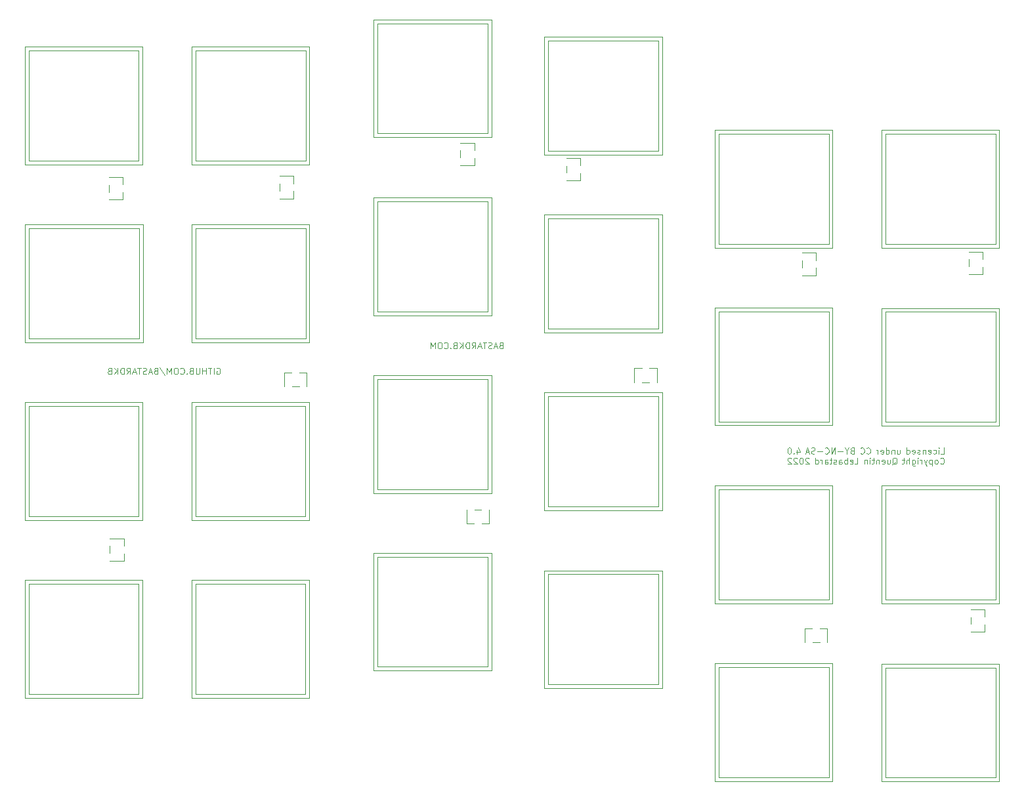
<source format=gbr>
%TF.GenerationSoftware,KiCad,Pcbnew,(6.99.0-4085-g6c752680d7)*%
%TF.CreationDate,2022-11-14T17:23:02+08:00*%
%TF.ProjectId,Left Flex PCB,4c656674-2046-46c6-9578-205043422e6b,rev?*%
%TF.SameCoordinates,Original*%
%TF.FileFunction,Legend,Bot*%
%TF.FilePolarity,Positive*%
%FSLAX46Y46*%
G04 Gerber Fmt 4.6, Leading zero omitted, Abs format (unit mm)*
G04 Created by KiCad (PCBNEW (6.99.0-4085-g6c752680d7)) date 2022-11-14 17:23:02*
%MOMM*%
%LPD*%
G01*
G04 APERTURE LIST*
%ADD10C,0.120000*%
%ADD11C,1.900000*%
%ADD12C,1.750000*%
%ADD13O,1.600000X1.000000*%
%ADD14C,1.550000*%
%ADD15C,5.050000*%
%ADD16C,1.250000*%
%ADD17R,1.700000X1.700000*%
%ADD18O,1.700000X1.700000*%
G04 APERTURE END LIST*
D10*
X70906345Y-78446400D02*
X70982535Y-78408304D01*
X70982535Y-78408304D02*
X71096821Y-78408304D01*
X71096821Y-78408304D02*
X71211107Y-78446400D01*
X71211107Y-78446400D02*
X71287297Y-78522590D01*
X71287297Y-78522590D02*
X71325392Y-78598780D01*
X71325392Y-78598780D02*
X71363488Y-78751161D01*
X71363488Y-78751161D02*
X71363488Y-78865447D01*
X71363488Y-78865447D02*
X71325392Y-79017828D01*
X71325392Y-79017828D02*
X71287297Y-79094019D01*
X71287297Y-79094019D02*
X71211107Y-79170209D01*
X71211107Y-79170209D02*
X71096821Y-79208304D01*
X71096821Y-79208304D02*
X71020630Y-79208304D01*
X71020630Y-79208304D02*
X70906345Y-79170209D01*
X70906345Y-79170209D02*
X70868249Y-79132114D01*
X70868249Y-79132114D02*
X70868249Y-78865447D01*
X70868249Y-78865447D02*
X71020630Y-78865447D01*
X70525392Y-79208304D02*
X70525392Y-78408304D01*
X70258726Y-78408304D02*
X69801583Y-78408304D01*
X70030155Y-79208304D02*
X70030155Y-78408304D01*
X69534916Y-79208304D02*
X69534916Y-78408304D01*
X69534916Y-78789257D02*
X69077773Y-78789257D01*
X69077773Y-79208304D02*
X69077773Y-78408304D01*
X68696821Y-78408304D02*
X68696821Y-79055923D01*
X68696821Y-79055923D02*
X68658726Y-79132114D01*
X68658726Y-79132114D02*
X68620631Y-79170209D01*
X68620631Y-79170209D02*
X68544440Y-79208304D01*
X68544440Y-79208304D02*
X68392059Y-79208304D01*
X68392059Y-79208304D02*
X68315869Y-79170209D01*
X68315869Y-79170209D02*
X68277774Y-79132114D01*
X68277774Y-79132114D02*
X68239678Y-79055923D01*
X68239678Y-79055923D02*
X68239678Y-78408304D01*
X67592060Y-78789257D02*
X67477774Y-78827352D01*
X67477774Y-78827352D02*
X67439679Y-78865447D01*
X67439679Y-78865447D02*
X67401583Y-78941638D01*
X67401583Y-78941638D02*
X67401583Y-79055923D01*
X67401583Y-79055923D02*
X67439679Y-79132114D01*
X67439679Y-79132114D02*
X67477774Y-79170209D01*
X67477774Y-79170209D02*
X67553964Y-79208304D01*
X67553964Y-79208304D02*
X67858726Y-79208304D01*
X67858726Y-79208304D02*
X67858726Y-78408304D01*
X67858726Y-78408304D02*
X67592060Y-78408304D01*
X67592060Y-78408304D02*
X67515869Y-78446400D01*
X67515869Y-78446400D02*
X67477774Y-78484495D01*
X67477774Y-78484495D02*
X67439679Y-78560685D01*
X67439679Y-78560685D02*
X67439679Y-78636876D01*
X67439679Y-78636876D02*
X67477774Y-78713066D01*
X67477774Y-78713066D02*
X67515869Y-78751161D01*
X67515869Y-78751161D02*
X67592060Y-78789257D01*
X67592060Y-78789257D02*
X67858726Y-78789257D01*
X67058726Y-79132114D02*
X67020631Y-79170209D01*
X67020631Y-79170209D02*
X67058726Y-79208304D01*
X67058726Y-79208304D02*
X67096822Y-79170209D01*
X67096822Y-79170209D02*
X67058726Y-79132114D01*
X67058726Y-79132114D02*
X67058726Y-79208304D01*
X66220631Y-79132114D02*
X66258727Y-79170209D01*
X66258727Y-79170209D02*
X66373012Y-79208304D01*
X66373012Y-79208304D02*
X66449203Y-79208304D01*
X66449203Y-79208304D02*
X66563489Y-79170209D01*
X66563489Y-79170209D02*
X66639679Y-79094019D01*
X66639679Y-79094019D02*
X66677774Y-79017828D01*
X66677774Y-79017828D02*
X66715870Y-78865447D01*
X66715870Y-78865447D02*
X66715870Y-78751161D01*
X66715870Y-78751161D02*
X66677774Y-78598780D01*
X66677774Y-78598780D02*
X66639679Y-78522590D01*
X66639679Y-78522590D02*
X66563489Y-78446400D01*
X66563489Y-78446400D02*
X66449203Y-78408304D01*
X66449203Y-78408304D02*
X66373012Y-78408304D01*
X66373012Y-78408304D02*
X66258727Y-78446400D01*
X66258727Y-78446400D02*
X66220631Y-78484495D01*
X65725393Y-78408304D02*
X65573012Y-78408304D01*
X65573012Y-78408304D02*
X65496822Y-78446400D01*
X65496822Y-78446400D02*
X65420631Y-78522590D01*
X65420631Y-78522590D02*
X65382536Y-78674971D01*
X65382536Y-78674971D02*
X65382536Y-78941638D01*
X65382536Y-78941638D02*
X65420631Y-79094019D01*
X65420631Y-79094019D02*
X65496822Y-79170209D01*
X65496822Y-79170209D02*
X65573012Y-79208304D01*
X65573012Y-79208304D02*
X65725393Y-79208304D01*
X65725393Y-79208304D02*
X65801584Y-79170209D01*
X65801584Y-79170209D02*
X65877774Y-79094019D01*
X65877774Y-79094019D02*
X65915870Y-78941638D01*
X65915870Y-78941638D02*
X65915870Y-78674971D01*
X65915870Y-78674971D02*
X65877774Y-78522590D01*
X65877774Y-78522590D02*
X65801584Y-78446400D01*
X65801584Y-78446400D02*
X65725393Y-78408304D01*
X65039679Y-79208304D02*
X65039679Y-78408304D01*
X65039679Y-78408304D02*
X64773013Y-78979733D01*
X64773013Y-78979733D02*
X64506346Y-78408304D01*
X64506346Y-78408304D02*
X64506346Y-79208304D01*
X63553965Y-78370209D02*
X64239679Y-79398780D01*
X63020632Y-78789257D02*
X62906346Y-78827352D01*
X62906346Y-78827352D02*
X62868251Y-78865447D01*
X62868251Y-78865447D02*
X62830155Y-78941638D01*
X62830155Y-78941638D02*
X62830155Y-79055923D01*
X62830155Y-79055923D02*
X62868251Y-79132114D01*
X62868251Y-79132114D02*
X62906346Y-79170209D01*
X62906346Y-79170209D02*
X62982536Y-79208304D01*
X62982536Y-79208304D02*
X63287298Y-79208304D01*
X63287298Y-79208304D02*
X63287298Y-78408304D01*
X63287298Y-78408304D02*
X63020632Y-78408304D01*
X63020632Y-78408304D02*
X62944441Y-78446400D01*
X62944441Y-78446400D02*
X62906346Y-78484495D01*
X62906346Y-78484495D02*
X62868251Y-78560685D01*
X62868251Y-78560685D02*
X62868251Y-78636876D01*
X62868251Y-78636876D02*
X62906346Y-78713066D01*
X62906346Y-78713066D02*
X62944441Y-78751161D01*
X62944441Y-78751161D02*
X63020632Y-78789257D01*
X63020632Y-78789257D02*
X63287298Y-78789257D01*
X62525394Y-78979733D02*
X62144441Y-78979733D01*
X62601584Y-79208304D02*
X62334917Y-78408304D01*
X62334917Y-78408304D02*
X62068251Y-79208304D01*
X61839680Y-79170209D02*
X61725394Y-79208304D01*
X61725394Y-79208304D02*
X61534918Y-79208304D01*
X61534918Y-79208304D02*
X61458727Y-79170209D01*
X61458727Y-79170209D02*
X61420632Y-79132114D01*
X61420632Y-79132114D02*
X61382537Y-79055923D01*
X61382537Y-79055923D02*
X61382537Y-78979733D01*
X61382537Y-78979733D02*
X61420632Y-78903542D01*
X61420632Y-78903542D02*
X61458727Y-78865447D01*
X61458727Y-78865447D02*
X61534918Y-78827352D01*
X61534918Y-78827352D02*
X61687299Y-78789257D01*
X61687299Y-78789257D02*
X61763489Y-78751161D01*
X61763489Y-78751161D02*
X61801584Y-78713066D01*
X61801584Y-78713066D02*
X61839680Y-78636876D01*
X61839680Y-78636876D02*
X61839680Y-78560685D01*
X61839680Y-78560685D02*
X61801584Y-78484495D01*
X61801584Y-78484495D02*
X61763489Y-78446400D01*
X61763489Y-78446400D02*
X61687299Y-78408304D01*
X61687299Y-78408304D02*
X61496822Y-78408304D01*
X61496822Y-78408304D02*
X61382537Y-78446400D01*
X61153965Y-78408304D02*
X60696822Y-78408304D01*
X60925394Y-79208304D02*
X60925394Y-78408304D01*
X60468251Y-78979733D02*
X60087298Y-78979733D01*
X60544441Y-79208304D02*
X60277774Y-78408304D01*
X60277774Y-78408304D02*
X60011108Y-79208304D01*
X59287298Y-79208304D02*
X59553965Y-78827352D01*
X59744441Y-79208304D02*
X59744441Y-78408304D01*
X59744441Y-78408304D02*
X59439679Y-78408304D01*
X59439679Y-78408304D02*
X59363489Y-78446400D01*
X59363489Y-78446400D02*
X59325394Y-78484495D01*
X59325394Y-78484495D02*
X59287298Y-78560685D01*
X59287298Y-78560685D02*
X59287298Y-78674971D01*
X59287298Y-78674971D02*
X59325394Y-78751161D01*
X59325394Y-78751161D02*
X59363489Y-78789257D01*
X59363489Y-78789257D02*
X59439679Y-78827352D01*
X59439679Y-78827352D02*
X59744441Y-78827352D01*
X58944441Y-79208304D02*
X58944441Y-78408304D01*
X58944441Y-78408304D02*
X58753965Y-78408304D01*
X58753965Y-78408304D02*
X58639679Y-78446400D01*
X58639679Y-78446400D02*
X58563489Y-78522590D01*
X58563489Y-78522590D02*
X58525394Y-78598780D01*
X58525394Y-78598780D02*
X58487298Y-78751161D01*
X58487298Y-78751161D02*
X58487298Y-78865447D01*
X58487298Y-78865447D02*
X58525394Y-79017828D01*
X58525394Y-79017828D02*
X58563489Y-79094019D01*
X58563489Y-79094019D02*
X58639679Y-79170209D01*
X58639679Y-79170209D02*
X58753965Y-79208304D01*
X58753965Y-79208304D02*
X58944441Y-79208304D01*
X58144441Y-79208304D02*
X58144441Y-78408304D01*
X57687298Y-79208304D02*
X58030156Y-78751161D01*
X57687298Y-78408304D02*
X58144441Y-78865447D01*
X57077775Y-78789257D02*
X56963489Y-78827352D01*
X56963489Y-78827352D02*
X56925394Y-78865447D01*
X56925394Y-78865447D02*
X56887298Y-78941638D01*
X56887298Y-78941638D02*
X56887298Y-79055923D01*
X56887298Y-79055923D02*
X56925394Y-79132114D01*
X56925394Y-79132114D02*
X56963489Y-79170209D01*
X56963489Y-79170209D02*
X57039679Y-79208304D01*
X57039679Y-79208304D02*
X57344441Y-79208304D01*
X57344441Y-79208304D02*
X57344441Y-78408304D01*
X57344441Y-78408304D02*
X57077775Y-78408304D01*
X57077775Y-78408304D02*
X57001584Y-78446400D01*
X57001584Y-78446400D02*
X56963489Y-78484495D01*
X56963489Y-78484495D02*
X56925394Y-78560685D01*
X56925394Y-78560685D02*
X56925394Y-78636876D01*
X56925394Y-78636876D02*
X56963489Y-78713066D01*
X56963489Y-78713066D02*
X57001584Y-78751161D01*
X57001584Y-78751161D02*
X57077775Y-78789257D01*
X57077775Y-78789257D02*
X57344441Y-78789257D01*
X107556346Y-75489257D02*
X107442060Y-75527352D01*
X107442060Y-75527352D02*
X107403965Y-75565447D01*
X107403965Y-75565447D02*
X107365869Y-75641638D01*
X107365869Y-75641638D02*
X107365869Y-75755923D01*
X107365869Y-75755923D02*
X107403965Y-75832114D01*
X107403965Y-75832114D02*
X107442060Y-75870209D01*
X107442060Y-75870209D02*
X107518250Y-75908304D01*
X107518250Y-75908304D02*
X107823012Y-75908304D01*
X107823012Y-75908304D02*
X107823012Y-75108304D01*
X107823012Y-75108304D02*
X107556346Y-75108304D01*
X107556346Y-75108304D02*
X107480155Y-75146400D01*
X107480155Y-75146400D02*
X107442060Y-75184495D01*
X107442060Y-75184495D02*
X107403965Y-75260685D01*
X107403965Y-75260685D02*
X107403965Y-75336876D01*
X107403965Y-75336876D02*
X107442060Y-75413066D01*
X107442060Y-75413066D02*
X107480155Y-75451161D01*
X107480155Y-75451161D02*
X107556346Y-75489257D01*
X107556346Y-75489257D02*
X107823012Y-75489257D01*
X107061108Y-75679733D02*
X106680155Y-75679733D01*
X107137298Y-75908304D02*
X106870631Y-75108304D01*
X106870631Y-75108304D02*
X106603965Y-75908304D01*
X106375394Y-75870209D02*
X106261108Y-75908304D01*
X106261108Y-75908304D02*
X106070632Y-75908304D01*
X106070632Y-75908304D02*
X105994441Y-75870209D01*
X105994441Y-75870209D02*
X105956346Y-75832114D01*
X105956346Y-75832114D02*
X105918251Y-75755923D01*
X105918251Y-75755923D02*
X105918251Y-75679733D01*
X105918251Y-75679733D02*
X105956346Y-75603542D01*
X105956346Y-75603542D02*
X105994441Y-75565447D01*
X105994441Y-75565447D02*
X106070632Y-75527352D01*
X106070632Y-75527352D02*
X106223013Y-75489257D01*
X106223013Y-75489257D02*
X106299203Y-75451161D01*
X106299203Y-75451161D02*
X106337298Y-75413066D01*
X106337298Y-75413066D02*
X106375394Y-75336876D01*
X106375394Y-75336876D02*
X106375394Y-75260685D01*
X106375394Y-75260685D02*
X106337298Y-75184495D01*
X106337298Y-75184495D02*
X106299203Y-75146400D01*
X106299203Y-75146400D02*
X106223013Y-75108304D01*
X106223013Y-75108304D02*
X106032536Y-75108304D01*
X106032536Y-75108304D02*
X105918251Y-75146400D01*
X105689679Y-75108304D02*
X105232536Y-75108304D01*
X105461108Y-75908304D02*
X105461108Y-75108304D01*
X105003965Y-75679733D02*
X104623012Y-75679733D01*
X105080155Y-75908304D02*
X104813488Y-75108304D01*
X104813488Y-75108304D02*
X104546822Y-75908304D01*
X103823012Y-75908304D02*
X104089679Y-75527352D01*
X104280155Y-75908304D02*
X104280155Y-75108304D01*
X104280155Y-75108304D02*
X103975393Y-75108304D01*
X103975393Y-75108304D02*
X103899203Y-75146400D01*
X103899203Y-75146400D02*
X103861108Y-75184495D01*
X103861108Y-75184495D02*
X103823012Y-75260685D01*
X103823012Y-75260685D02*
X103823012Y-75374971D01*
X103823012Y-75374971D02*
X103861108Y-75451161D01*
X103861108Y-75451161D02*
X103899203Y-75489257D01*
X103899203Y-75489257D02*
X103975393Y-75527352D01*
X103975393Y-75527352D02*
X104280155Y-75527352D01*
X103480155Y-75908304D02*
X103480155Y-75108304D01*
X103480155Y-75108304D02*
X103289679Y-75108304D01*
X103289679Y-75108304D02*
X103175393Y-75146400D01*
X103175393Y-75146400D02*
X103099203Y-75222590D01*
X103099203Y-75222590D02*
X103061108Y-75298780D01*
X103061108Y-75298780D02*
X103023012Y-75451161D01*
X103023012Y-75451161D02*
X103023012Y-75565447D01*
X103023012Y-75565447D02*
X103061108Y-75717828D01*
X103061108Y-75717828D02*
X103099203Y-75794019D01*
X103099203Y-75794019D02*
X103175393Y-75870209D01*
X103175393Y-75870209D02*
X103289679Y-75908304D01*
X103289679Y-75908304D02*
X103480155Y-75908304D01*
X102680155Y-75908304D02*
X102680155Y-75108304D01*
X102223012Y-75908304D02*
X102565870Y-75451161D01*
X102223012Y-75108304D02*
X102680155Y-75565447D01*
X101613489Y-75489257D02*
X101499203Y-75527352D01*
X101499203Y-75527352D02*
X101461108Y-75565447D01*
X101461108Y-75565447D02*
X101423012Y-75641638D01*
X101423012Y-75641638D02*
X101423012Y-75755923D01*
X101423012Y-75755923D02*
X101461108Y-75832114D01*
X101461108Y-75832114D02*
X101499203Y-75870209D01*
X101499203Y-75870209D02*
X101575393Y-75908304D01*
X101575393Y-75908304D02*
X101880155Y-75908304D01*
X101880155Y-75908304D02*
X101880155Y-75108304D01*
X101880155Y-75108304D02*
X101613489Y-75108304D01*
X101613489Y-75108304D02*
X101537298Y-75146400D01*
X101537298Y-75146400D02*
X101499203Y-75184495D01*
X101499203Y-75184495D02*
X101461108Y-75260685D01*
X101461108Y-75260685D02*
X101461108Y-75336876D01*
X101461108Y-75336876D02*
X101499203Y-75413066D01*
X101499203Y-75413066D02*
X101537298Y-75451161D01*
X101537298Y-75451161D02*
X101613489Y-75489257D01*
X101613489Y-75489257D02*
X101880155Y-75489257D01*
X101080155Y-75832114D02*
X101042060Y-75870209D01*
X101042060Y-75870209D02*
X101080155Y-75908304D01*
X101080155Y-75908304D02*
X101118251Y-75870209D01*
X101118251Y-75870209D02*
X101080155Y-75832114D01*
X101080155Y-75832114D02*
X101080155Y-75908304D01*
X100242060Y-75832114D02*
X100280156Y-75870209D01*
X100280156Y-75870209D02*
X100394441Y-75908304D01*
X100394441Y-75908304D02*
X100470632Y-75908304D01*
X100470632Y-75908304D02*
X100584918Y-75870209D01*
X100584918Y-75870209D02*
X100661108Y-75794019D01*
X100661108Y-75794019D02*
X100699203Y-75717828D01*
X100699203Y-75717828D02*
X100737299Y-75565447D01*
X100737299Y-75565447D02*
X100737299Y-75451161D01*
X100737299Y-75451161D02*
X100699203Y-75298780D01*
X100699203Y-75298780D02*
X100661108Y-75222590D01*
X100661108Y-75222590D02*
X100584918Y-75146400D01*
X100584918Y-75146400D02*
X100470632Y-75108304D01*
X100470632Y-75108304D02*
X100394441Y-75108304D01*
X100394441Y-75108304D02*
X100280156Y-75146400D01*
X100280156Y-75146400D02*
X100242060Y-75184495D01*
X99746822Y-75108304D02*
X99594441Y-75108304D01*
X99594441Y-75108304D02*
X99518251Y-75146400D01*
X99518251Y-75146400D02*
X99442060Y-75222590D01*
X99442060Y-75222590D02*
X99403965Y-75374971D01*
X99403965Y-75374971D02*
X99403965Y-75641638D01*
X99403965Y-75641638D02*
X99442060Y-75794019D01*
X99442060Y-75794019D02*
X99518251Y-75870209D01*
X99518251Y-75870209D02*
X99594441Y-75908304D01*
X99594441Y-75908304D02*
X99746822Y-75908304D01*
X99746822Y-75908304D02*
X99823013Y-75870209D01*
X99823013Y-75870209D02*
X99899203Y-75794019D01*
X99899203Y-75794019D02*
X99937299Y-75641638D01*
X99937299Y-75641638D02*
X99937299Y-75374971D01*
X99937299Y-75374971D02*
X99899203Y-75222590D01*
X99899203Y-75222590D02*
X99823013Y-75146400D01*
X99823013Y-75146400D02*
X99746822Y-75108304D01*
X99061108Y-75908304D02*
X99061108Y-75108304D01*
X99061108Y-75108304D02*
X98794442Y-75679733D01*
X98794442Y-75679733D02*
X98527775Y-75108304D01*
X98527775Y-75108304D02*
X98527775Y-75908304D01*
X164323965Y-89510304D02*
X164704917Y-89510304D01*
X164704917Y-89510304D02*
X164704917Y-88710304D01*
X164057298Y-89510304D02*
X164057298Y-88976971D01*
X164057298Y-88710304D02*
X164095394Y-88748400D01*
X164095394Y-88748400D02*
X164057298Y-88786495D01*
X164057298Y-88786495D02*
X164019203Y-88748400D01*
X164019203Y-88748400D02*
X164057298Y-88710304D01*
X164057298Y-88710304D02*
X164057298Y-88786495D01*
X163333489Y-89472209D02*
X163409680Y-89510304D01*
X163409680Y-89510304D02*
X163562061Y-89510304D01*
X163562061Y-89510304D02*
X163638251Y-89472209D01*
X163638251Y-89472209D02*
X163676346Y-89434114D01*
X163676346Y-89434114D02*
X163714442Y-89357923D01*
X163714442Y-89357923D02*
X163714442Y-89129352D01*
X163714442Y-89129352D02*
X163676346Y-89053161D01*
X163676346Y-89053161D02*
X163638251Y-89015066D01*
X163638251Y-89015066D02*
X163562061Y-88976971D01*
X163562061Y-88976971D02*
X163409680Y-88976971D01*
X163409680Y-88976971D02*
X163333489Y-89015066D01*
X162685870Y-89472209D02*
X162762061Y-89510304D01*
X162762061Y-89510304D02*
X162914442Y-89510304D01*
X162914442Y-89510304D02*
X162990632Y-89472209D01*
X162990632Y-89472209D02*
X163028728Y-89396019D01*
X163028728Y-89396019D02*
X163028728Y-89091257D01*
X163028728Y-89091257D02*
X162990632Y-89015066D01*
X162990632Y-89015066D02*
X162914442Y-88976971D01*
X162914442Y-88976971D02*
X162762061Y-88976971D01*
X162762061Y-88976971D02*
X162685870Y-89015066D01*
X162685870Y-89015066D02*
X162647775Y-89091257D01*
X162647775Y-89091257D02*
X162647775Y-89167447D01*
X162647775Y-89167447D02*
X163028728Y-89243638D01*
X162304918Y-88976971D02*
X162304918Y-89510304D01*
X162304918Y-89053161D02*
X162266823Y-89015066D01*
X162266823Y-89015066D02*
X162190633Y-88976971D01*
X162190633Y-88976971D02*
X162076347Y-88976971D01*
X162076347Y-88976971D02*
X162000156Y-89015066D01*
X162000156Y-89015066D02*
X161962061Y-89091257D01*
X161962061Y-89091257D02*
X161962061Y-89510304D01*
X161619204Y-89472209D02*
X161543013Y-89510304D01*
X161543013Y-89510304D02*
X161390632Y-89510304D01*
X161390632Y-89510304D02*
X161314442Y-89472209D01*
X161314442Y-89472209D02*
X161276346Y-89396019D01*
X161276346Y-89396019D02*
X161276346Y-89357923D01*
X161276346Y-89357923D02*
X161314442Y-89281733D01*
X161314442Y-89281733D02*
X161390632Y-89243638D01*
X161390632Y-89243638D02*
X161504918Y-89243638D01*
X161504918Y-89243638D02*
X161581108Y-89205542D01*
X161581108Y-89205542D02*
X161619204Y-89129352D01*
X161619204Y-89129352D02*
X161619204Y-89091257D01*
X161619204Y-89091257D02*
X161581108Y-89015066D01*
X161581108Y-89015066D02*
X161504918Y-88976971D01*
X161504918Y-88976971D02*
X161390632Y-88976971D01*
X161390632Y-88976971D02*
X161314442Y-89015066D01*
X160628727Y-89472209D02*
X160704918Y-89510304D01*
X160704918Y-89510304D02*
X160857299Y-89510304D01*
X160857299Y-89510304D02*
X160933489Y-89472209D01*
X160933489Y-89472209D02*
X160971585Y-89396019D01*
X160971585Y-89396019D02*
X160971585Y-89091257D01*
X160971585Y-89091257D02*
X160933489Y-89015066D01*
X160933489Y-89015066D02*
X160857299Y-88976971D01*
X160857299Y-88976971D02*
X160704918Y-88976971D01*
X160704918Y-88976971D02*
X160628727Y-89015066D01*
X160628727Y-89015066D02*
X160590632Y-89091257D01*
X160590632Y-89091257D02*
X160590632Y-89167447D01*
X160590632Y-89167447D02*
X160971585Y-89243638D01*
X159904918Y-89510304D02*
X159904918Y-88710304D01*
X159904918Y-89472209D02*
X159981109Y-89510304D01*
X159981109Y-89510304D02*
X160133490Y-89510304D01*
X160133490Y-89510304D02*
X160209680Y-89472209D01*
X160209680Y-89472209D02*
X160247775Y-89434114D01*
X160247775Y-89434114D02*
X160285871Y-89357923D01*
X160285871Y-89357923D02*
X160285871Y-89129352D01*
X160285871Y-89129352D02*
X160247775Y-89053161D01*
X160247775Y-89053161D02*
X160209680Y-89015066D01*
X160209680Y-89015066D02*
X160133490Y-88976971D01*
X160133490Y-88976971D02*
X159981109Y-88976971D01*
X159981109Y-88976971D02*
X159904918Y-89015066D01*
X158701108Y-88976971D02*
X158701108Y-89510304D01*
X159043965Y-88976971D02*
X159043965Y-89396019D01*
X159043965Y-89396019D02*
X159005870Y-89472209D01*
X159005870Y-89472209D02*
X158929680Y-89510304D01*
X158929680Y-89510304D02*
X158815394Y-89510304D01*
X158815394Y-89510304D02*
X158739203Y-89472209D01*
X158739203Y-89472209D02*
X158701108Y-89434114D01*
X158320155Y-88976971D02*
X158320155Y-89510304D01*
X158320155Y-89053161D02*
X158282060Y-89015066D01*
X158282060Y-89015066D02*
X158205870Y-88976971D01*
X158205870Y-88976971D02*
X158091584Y-88976971D01*
X158091584Y-88976971D02*
X158015393Y-89015066D01*
X158015393Y-89015066D02*
X157977298Y-89091257D01*
X157977298Y-89091257D02*
X157977298Y-89510304D01*
X157253488Y-89510304D02*
X157253488Y-88710304D01*
X157253488Y-89472209D02*
X157329679Y-89510304D01*
X157329679Y-89510304D02*
X157482060Y-89510304D01*
X157482060Y-89510304D02*
X157558250Y-89472209D01*
X157558250Y-89472209D02*
X157596345Y-89434114D01*
X157596345Y-89434114D02*
X157634441Y-89357923D01*
X157634441Y-89357923D02*
X157634441Y-89129352D01*
X157634441Y-89129352D02*
X157596345Y-89053161D01*
X157596345Y-89053161D02*
X157558250Y-89015066D01*
X157558250Y-89015066D02*
X157482060Y-88976971D01*
X157482060Y-88976971D02*
X157329679Y-88976971D01*
X157329679Y-88976971D02*
X157253488Y-89015066D01*
X156567773Y-89472209D02*
X156643964Y-89510304D01*
X156643964Y-89510304D02*
X156796345Y-89510304D01*
X156796345Y-89510304D02*
X156872535Y-89472209D01*
X156872535Y-89472209D02*
X156910631Y-89396019D01*
X156910631Y-89396019D02*
X156910631Y-89091257D01*
X156910631Y-89091257D02*
X156872535Y-89015066D01*
X156872535Y-89015066D02*
X156796345Y-88976971D01*
X156796345Y-88976971D02*
X156643964Y-88976971D01*
X156643964Y-88976971D02*
X156567773Y-89015066D01*
X156567773Y-89015066D02*
X156529678Y-89091257D01*
X156529678Y-89091257D02*
X156529678Y-89167447D01*
X156529678Y-89167447D02*
X156910631Y-89243638D01*
X156186821Y-89510304D02*
X156186821Y-88976971D01*
X156186821Y-89129352D02*
X156148726Y-89053161D01*
X156148726Y-89053161D02*
X156110631Y-89015066D01*
X156110631Y-89015066D02*
X156034440Y-88976971D01*
X156034440Y-88976971D02*
X155958250Y-88976971D01*
X154754440Y-89434114D02*
X154792536Y-89472209D01*
X154792536Y-89472209D02*
X154906821Y-89510304D01*
X154906821Y-89510304D02*
X154983012Y-89510304D01*
X154983012Y-89510304D02*
X155097298Y-89472209D01*
X155097298Y-89472209D02*
X155173488Y-89396019D01*
X155173488Y-89396019D02*
X155211583Y-89319828D01*
X155211583Y-89319828D02*
X155249679Y-89167447D01*
X155249679Y-89167447D02*
X155249679Y-89053161D01*
X155249679Y-89053161D02*
X155211583Y-88900780D01*
X155211583Y-88900780D02*
X155173488Y-88824590D01*
X155173488Y-88824590D02*
X155097298Y-88748400D01*
X155097298Y-88748400D02*
X154983012Y-88710304D01*
X154983012Y-88710304D02*
X154906821Y-88710304D01*
X154906821Y-88710304D02*
X154792536Y-88748400D01*
X154792536Y-88748400D02*
X154754440Y-88786495D01*
X153954440Y-89434114D02*
X153992536Y-89472209D01*
X153992536Y-89472209D02*
X154106821Y-89510304D01*
X154106821Y-89510304D02*
X154183012Y-89510304D01*
X154183012Y-89510304D02*
X154297298Y-89472209D01*
X154297298Y-89472209D02*
X154373488Y-89396019D01*
X154373488Y-89396019D02*
X154411583Y-89319828D01*
X154411583Y-89319828D02*
X154449679Y-89167447D01*
X154449679Y-89167447D02*
X154449679Y-89053161D01*
X154449679Y-89053161D02*
X154411583Y-88900780D01*
X154411583Y-88900780D02*
X154373488Y-88824590D01*
X154373488Y-88824590D02*
X154297298Y-88748400D01*
X154297298Y-88748400D02*
X154183012Y-88710304D01*
X154183012Y-88710304D02*
X154106821Y-88710304D01*
X154106821Y-88710304D02*
X153992536Y-88748400D01*
X153992536Y-88748400D02*
X153954440Y-88786495D01*
X152864917Y-89091257D02*
X152750631Y-89129352D01*
X152750631Y-89129352D02*
X152712536Y-89167447D01*
X152712536Y-89167447D02*
X152674440Y-89243638D01*
X152674440Y-89243638D02*
X152674440Y-89357923D01*
X152674440Y-89357923D02*
X152712536Y-89434114D01*
X152712536Y-89434114D02*
X152750631Y-89472209D01*
X152750631Y-89472209D02*
X152826821Y-89510304D01*
X152826821Y-89510304D02*
X153131583Y-89510304D01*
X153131583Y-89510304D02*
X153131583Y-88710304D01*
X153131583Y-88710304D02*
X152864917Y-88710304D01*
X152864917Y-88710304D02*
X152788726Y-88748400D01*
X152788726Y-88748400D02*
X152750631Y-88786495D01*
X152750631Y-88786495D02*
X152712536Y-88862685D01*
X152712536Y-88862685D02*
X152712536Y-88938876D01*
X152712536Y-88938876D02*
X152750631Y-89015066D01*
X152750631Y-89015066D02*
X152788726Y-89053161D01*
X152788726Y-89053161D02*
X152864917Y-89091257D01*
X152864917Y-89091257D02*
X153131583Y-89091257D01*
X152179202Y-89129352D02*
X152179202Y-89510304D01*
X152445869Y-88710304D02*
X152179202Y-89129352D01*
X152179202Y-89129352D02*
X151912536Y-88710304D01*
X151645869Y-89205542D02*
X151036346Y-89205542D01*
X150655393Y-89510304D02*
X150655393Y-88710304D01*
X150655393Y-88710304D02*
X150198250Y-89510304D01*
X150198250Y-89510304D02*
X150198250Y-88710304D01*
X149360155Y-89434114D02*
X149398251Y-89472209D01*
X149398251Y-89472209D02*
X149512536Y-89510304D01*
X149512536Y-89510304D02*
X149588727Y-89510304D01*
X149588727Y-89510304D02*
X149703013Y-89472209D01*
X149703013Y-89472209D02*
X149779203Y-89396019D01*
X149779203Y-89396019D02*
X149817298Y-89319828D01*
X149817298Y-89319828D02*
X149855394Y-89167447D01*
X149855394Y-89167447D02*
X149855394Y-89053161D01*
X149855394Y-89053161D02*
X149817298Y-88900780D01*
X149817298Y-88900780D02*
X149779203Y-88824590D01*
X149779203Y-88824590D02*
X149703013Y-88748400D01*
X149703013Y-88748400D02*
X149588727Y-88710304D01*
X149588727Y-88710304D02*
X149512536Y-88710304D01*
X149512536Y-88710304D02*
X149398251Y-88748400D01*
X149398251Y-88748400D02*
X149360155Y-88786495D01*
X149017298Y-89205542D02*
X148407775Y-89205542D01*
X148064918Y-89472209D02*
X147950632Y-89510304D01*
X147950632Y-89510304D02*
X147760156Y-89510304D01*
X147760156Y-89510304D02*
X147683965Y-89472209D01*
X147683965Y-89472209D02*
X147645870Y-89434114D01*
X147645870Y-89434114D02*
X147607775Y-89357923D01*
X147607775Y-89357923D02*
X147607775Y-89281733D01*
X147607775Y-89281733D02*
X147645870Y-89205542D01*
X147645870Y-89205542D02*
X147683965Y-89167447D01*
X147683965Y-89167447D02*
X147760156Y-89129352D01*
X147760156Y-89129352D02*
X147912537Y-89091257D01*
X147912537Y-89091257D02*
X147988727Y-89053161D01*
X147988727Y-89053161D02*
X148026822Y-89015066D01*
X148026822Y-89015066D02*
X148064918Y-88938876D01*
X148064918Y-88938876D02*
X148064918Y-88862685D01*
X148064918Y-88862685D02*
X148026822Y-88786495D01*
X148026822Y-88786495D02*
X147988727Y-88748400D01*
X147988727Y-88748400D02*
X147912537Y-88710304D01*
X147912537Y-88710304D02*
X147722060Y-88710304D01*
X147722060Y-88710304D02*
X147607775Y-88748400D01*
X147303013Y-89281733D02*
X146922060Y-89281733D01*
X147379203Y-89510304D02*
X147112536Y-88710304D01*
X147112536Y-88710304D02*
X146845870Y-89510304D01*
X145756346Y-88976971D02*
X145756346Y-89510304D01*
X145946822Y-88672209D02*
X146137299Y-89243638D01*
X146137299Y-89243638D02*
X145642060Y-89243638D01*
X145337298Y-89434114D02*
X145299203Y-89472209D01*
X145299203Y-89472209D02*
X145337298Y-89510304D01*
X145337298Y-89510304D02*
X145375394Y-89472209D01*
X145375394Y-89472209D02*
X145337298Y-89434114D01*
X145337298Y-89434114D02*
X145337298Y-89510304D01*
X144803965Y-88710304D02*
X144727775Y-88710304D01*
X144727775Y-88710304D02*
X144651584Y-88748400D01*
X144651584Y-88748400D02*
X144613489Y-88786495D01*
X144613489Y-88786495D02*
X144575394Y-88862685D01*
X144575394Y-88862685D02*
X144537299Y-89015066D01*
X144537299Y-89015066D02*
X144537299Y-89205542D01*
X144537299Y-89205542D02*
X144575394Y-89357923D01*
X144575394Y-89357923D02*
X144613489Y-89434114D01*
X144613489Y-89434114D02*
X144651584Y-89472209D01*
X144651584Y-89472209D02*
X144727775Y-89510304D01*
X144727775Y-89510304D02*
X144803965Y-89510304D01*
X144803965Y-89510304D02*
X144880156Y-89472209D01*
X144880156Y-89472209D02*
X144918251Y-89434114D01*
X144918251Y-89434114D02*
X144956346Y-89357923D01*
X144956346Y-89357923D02*
X144994442Y-89205542D01*
X144994442Y-89205542D02*
X144994442Y-89015066D01*
X144994442Y-89015066D02*
X144956346Y-88862685D01*
X144956346Y-88862685D02*
X144918251Y-88786495D01*
X144918251Y-88786495D02*
X144880156Y-88748400D01*
X144880156Y-88748400D02*
X144803965Y-88710304D01*
X164247774Y-90730114D02*
X164285870Y-90768209D01*
X164285870Y-90768209D02*
X164400155Y-90806304D01*
X164400155Y-90806304D02*
X164476346Y-90806304D01*
X164476346Y-90806304D02*
X164590632Y-90768209D01*
X164590632Y-90768209D02*
X164666822Y-90692019D01*
X164666822Y-90692019D02*
X164704917Y-90615828D01*
X164704917Y-90615828D02*
X164743013Y-90463447D01*
X164743013Y-90463447D02*
X164743013Y-90349161D01*
X164743013Y-90349161D02*
X164704917Y-90196780D01*
X164704917Y-90196780D02*
X164666822Y-90120590D01*
X164666822Y-90120590D02*
X164590632Y-90044400D01*
X164590632Y-90044400D02*
X164476346Y-90006304D01*
X164476346Y-90006304D02*
X164400155Y-90006304D01*
X164400155Y-90006304D02*
X164285870Y-90044400D01*
X164285870Y-90044400D02*
X164247774Y-90082495D01*
X163790632Y-90806304D02*
X163866822Y-90768209D01*
X163866822Y-90768209D02*
X163904917Y-90730114D01*
X163904917Y-90730114D02*
X163943013Y-90653923D01*
X163943013Y-90653923D02*
X163943013Y-90425352D01*
X163943013Y-90425352D02*
X163904917Y-90349161D01*
X163904917Y-90349161D02*
X163866822Y-90311066D01*
X163866822Y-90311066D02*
X163790632Y-90272971D01*
X163790632Y-90272971D02*
X163676346Y-90272971D01*
X163676346Y-90272971D02*
X163600155Y-90311066D01*
X163600155Y-90311066D02*
X163562060Y-90349161D01*
X163562060Y-90349161D02*
X163523965Y-90425352D01*
X163523965Y-90425352D02*
X163523965Y-90653923D01*
X163523965Y-90653923D02*
X163562060Y-90730114D01*
X163562060Y-90730114D02*
X163600155Y-90768209D01*
X163600155Y-90768209D02*
X163676346Y-90806304D01*
X163676346Y-90806304D02*
X163790632Y-90806304D01*
X163181107Y-90272971D02*
X163181107Y-91072971D01*
X163181107Y-90311066D02*
X163104917Y-90272971D01*
X163104917Y-90272971D02*
X162952536Y-90272971D01*
X162952536Y-90272971D02*
X162876345Y-90311066D01*
X162876345Y-90311066D02*
X162838250Y-90349161D01*
X162838250Y-90349161D02*
X162800155Y-90425352D01*
X162800155Y-90425352D02*
X162800155Y-90653923D01*
X162800155Y-90653923D02*
X162838250Y-90730114D01*
X162838250Y-90730114D02*
X162876345Y-90768209D01*
X162876345Y-90768209D02*
X162952536Y-90806304D01*
X162952536Y-90806304D02*
X163104917Y-90806304D01*
X163104917Y-90806304D02*
X163181107Y-90768209D01*
X162533488Y-90272971D02*
X162343012Y-90806304D01*
X162152535Y-90272971D02*
X162343012Y-90806304D01*
X162343012Y-90806304D02*
X162419202Y-90996780D01*
X162419202Y-90996780D02*
X162457297Y-91034876D01*
X162457297Y-91034876D02*
X162533488Y-91072971D01*
X161847773Y-90806304D02*
X161847773Y-90272971D01*
X161847773Y-90425352D02*
X161809678Y-90349161D01*
X161809678Y-90349161D02*
X161771583Y-90311066D01*
X161771583Y-90311066D02*
X161695392Y-90272971D01*
X161695392Y-90272971D02*
X161619202Y-90272971D01*
X161352535Y-90806304D02*
X161352535Y-90272971D01*
X161352535Y-90006304D02*
X161390631Y-90044400D01*
X161390631Y-90044400D02*
X161352535Y-90082495D01*
X161352535Y-90082495D02*
X161314440Y-90044400D01*
X161314440Y-90044400D02*
X161352535Y-90006304D01*
X161352535Y-90006304D02*
X161352535Y-90082495D01*
X160628726Y-90272971D02*
X160628726Y-90920590D01*
X160628726Y-90920590D02*
X160666821Y-90996780D01*
X160666821Y-90996780D02*
X160704917Y-91034876D01*
X160704917Y-91034876D02*
X160781107Y-91072971D01*
X160781107Y-91072971D02*
X160895393Y-91072971D01*
X160895393Y-91072971D02*
X160971583Y-91034876D01*
X160628726Y-90768209D02*
X160704917Y-90806304D01*
X160704917Y-90806304D02*
X160857298Y-90806304D01*
X160857298Y-90806304D02*
X160933488Y-90768209D01*
X160933488Y-90768209D02*
X160971583Y-90730114D01*
X160971583Y-90730114D02*
X161009679Y-90653923D01*
X161009679Y-90653923D02*
X161009679Y-90425352D01*
X161009679Y-90425352D02*
X160971583Y-90349161D01*
X160971583Y-90349161D02*
X160933488Y-90311066D01*
X160933488Y-90311066D02*
X160857298Y-90272971D01*
X160857298Y-90272971D02*
X160704917Y-90272971D01*
X160704917Y-90272971D02*
X160628726Y-90311066D01*
X160247773Y-90806304D02*
X160247773Y-90006304D01*
X159904916Y-90806304D02*
X159904916Y-90387257D01*
X159904916Y-90387257D02*
X159943011Y-90311066D01*
X159943011Y-90311066D02*
X160019202Y-90272971D01*
X160019202Y-90272971D02*
X160133488Y-90272971D01*
X160133488Y-90272971D02*
X160209678Y-90311066D01*
X160209678Y-90311066D02*
X160247773Y-90349161D01*
X159638249Y-90272971D02*
X159333487Y-90272971D01*
X159523963Y-90006304D02*
X159523963Y-90692019D01*
X159523963Y-90692019D02*
X159485868Y-90768209D01*
X159485868Y-90768209D02*
X159409678Y-90806304D01*
X159409678Y-90806304D02*
X159333487Y-90806304D01*
X158053487Y-90882495D02*
X158129677Y-90844400D01*
X158129677Y-90844400D02*
X158205868Y-90768209D01*
X158205868Y-90768209D02*
X158320154Y-90653923D01*
X158320154Y-90653923D02*
X158396344Y-90615828D01*
X158396344Y-90615828D02*
X158472535Y-90615828D01*
X158434439Y-90806304D02*
X158510630Y-90768209D01*
X158510630Y-90768209D02*
X158586820Y-90692019D01*
X158586820Y-90692019D02*
X158624916Y-90539638D01*
X158624916Y-90539638D02*
X158624916Y-90272971D01*
X158624916Y-90272971D02*
X158586820Y-90120590D01*
X158586820Y-90120590D02*
X158510630Y-90044400D01*
X158510630Y-90044400D02*
X158434439Y-90006304D01*
X158434439Y-90006304D02*
X158282058Y-90006304D01*
X158282058Y-90006304D02*
X158205868Y-90044400D01*
X158205868Y-90044400D02*
X158129677Y-90120590D01*
X158129677Y-90120590D02*
X158091582Y-90272971D01*
X158091582Y-90272971D02*
X158091582Y-90539638D01*
X158091582Y-90539638D02*
X158129677Y-90692019D01*
X158129677Y-90692019D02*
X158205868Y-90768209D01*
X158205868Y-90768209D02*
X158282058Y-90806304D01*
X158282058Y-90806304D02*
X158434439Y-90806304D01*
X157405868Y-90272971D02*
X157405868Y-90806304D01*
X157748725Y-90272971D02*
X157748725Y-90692019D01*
X157748725Y-90692019D02*
X157710630Y-90768209D01*
X157710630Y-90768209D02*
X157634440Y-90806304D01*
X157634440Y-90806304D02*
X157520154Y-90806304D01*
X157520154Y-90806304D02*
X157443963Y-90768209D01*
X157443963Y-90768209D02*
X157405868Y-90730114D01*
X156720153Y-90768209D02*
X156796344Y-90806304D01*
X156796344Y-90806304D02*
X156948725Y-90806304D01*
X156948725Y-90806304D02*
X157024915Y-90768209D01*
X157024915Y-90768209D02*
X157063011Y-90692019D01*
X157063011Y-90692019D02*
X157063011Y-90387257D01*
X157063011Y-90387257D02*
X157024915Y-90311066D01*
X157024915Y-90311066D02*
X156948725Y-90272971D01*
X156948725Y-90272971D02*
X156796344Y-90272971D01*
X156796344Y-90272971D02*
X156720153Y-90311066D01*
X156720153Y-90311066D02*
X156682058Y-90387257D01*
X156682058Y-90387257D02*
X156682058Y-90463447D01*
X156682058Y-90463447D02*
X157063011Y-90539638D01*
X156339201Y-90272971D02*
X156339201Y-90806304D01*
X156339201Y-90349161D02*
X156301106Y-90311066D01*
X156301106Y-90311066D02*
X156224916Y-90272971D01*
X156224916Y-90272971D02*
X156110630Y-90272971D01*
X156110630Y-90272971D02*
X156034439Y-90311066D01*
X156034439Y-90311066D02*
X155996344Y-90387257D01*
X155996344Y-90387257D02*
X155996344Y-90806304D01*
X155729677Y-90272971D02*
X155424915Y-90272971D01*
X155615391Y-90006304D02*
X155615391Y-90692019D01*
X155615391Y-90692019D02*
X155577296Y-90768209D01*
X155577296Y-90768209D02*
X155501106Y-90806304D01*
X155501106Y-90806304D02*
X155424915Y-90806304D01*
X155158248Y-90806304D02*
X155158248Y-90272971D01*
X155158248Y-90006304D02*
X155196344Y-90044400D01*
X155196344Y-90044400D02*
X155158248Y-90082495D01*
X155158248Y-90082495D02*
X155120153Y-90044400D01*
X155120153Y-90044400D02*
X155158248Y-90006304D01*
X155158248Y-90006304D02*
X155158248Y-90082495D01*
X154777296Y-90272971D02*
X154777296Y-90806304D01*
X154777296Y-90349161D02*
X154739201Y-90311066D01*
X154739201Y-90311066D02*
X154663011Y-90272971D01*
X154663011Y-90272971D02*
X154548725Y-90272971D01*
X154548725Y-90272971D02*
X154472534Y-90311066D01*
X154472534Y-90311066D02*
X154434439Y-90387257D01*
X154434439Y-90387257D02*
X154434439Y-90806304D01*
X153192534Y-90806304D02*
X153573486Y-90806304D01*
X153573486Y-90806304D02*
X153573486Y-90006304D01*
X152621105Y-90768209D02*
X152697296Y-90806304D01*
X152697296Y-90806304D02*
X152849677Y-90806304D01*
X152849677Y-90806304D02*
X152925867Y-90768209D01*
X152925867Y-90768209D02*
X152963963Y-90692019D01*
X152963963Y-90692019D02*
X152963963Y-90387257D01*
X152963963Y-90387257D02*
X152925867Y-90311066D01*
X152925867Y-90311066D02*
X152849677Y-90272971D01*
X152849677Y-90272971D02*
X152697296Y-90272971D01*
X152697296Y-90272971D02*
X152621105Y-90311066D01*
X152621105Y-90311066D02*
X152583010Y-90387257D01*
X152583010Y-90387257D02*
X152583010Y-90463447D01*
X152583010Y-90463447D02*
X152963963Y-90539638D01*
X152240153Y-90806304D02*
X152240153Y-90006304D01*
X152240153Y-90311066D02*
X152163963Y-90272971D01*
X152163963Y-90272971D02*
X152011582Y-90272971D01*
X152011582Y-90272971D02*
X151935391Y-90311066D01*
X151935391Y-90311066D02*
X151897296Y-90349161D01*
X151897296Y-90349161D02*
X151859201Y-90425352D01*
X151859201Y-90425352D02*
X151859201Y-90653923D01*
X151859201Y-90653923D02*
X151897296Y-90730114D01*
X151897296Y-90730114D02*
X151935391Y-90768209D01*
X151935391Y-90768209D02*
X152011582Y-90806304D01*
X152011582Y-90806304D02*
X152163963Y-90806304D01*
X152163963Y-90806304D02*
X152240153Y-90768209D01*
X151173486Y-90806304D02*
X151173486Y-90387257D01*
X151173486Y-90387257D02*
X151211581Y-90311066D01*
X151211581Y-90311066D02*
X151287772Y-90272971D01*
X151287772Y-90272971D02*
X151440153Y-90272971D01*
X151440153Y-90272971D02*
X151516343Y-90311066D01*
X151173486Y-90768209D02*
X151249677Y-90806304D01*
X151249677Y-90806304D02*
X151440153Y-90806304D01*
X151440153Y-90806304D02*
X151516343Y-90768209D01*
X151516343Y-90768209D02*
X151554439Y-90692019D01*
X151554439Y-90692019D02*
X151554439Y-90615828D01*
X151554439Y-90615828D02*
X151516343Y-90539638D01*
X151516343Y-90539638D02*
X151440153Y-90501542D01*
X151440153Y-90501542D02*
X151249677Y-90501542D01*
X151249677Y-90501542D02*
X151173486Y-90463447D01*
X150830629Y-90768209D02*
X150754438Y-90806304D01*
X150754438Y-90806304D02*
X150602057Y-90806304D01*
X150602057Y-90806304D02*
X150525867Y-90768209D01*
X150525867Y-90768209D02*
X150487771Y-90692019D01*
X150487771Y-90692019D02*
X150487771Y-90653923D01*
X150487771Y-90653923D02*
X150525867Y-90577733D01*
X150525867Y-90577733D02*
X150602057Y-90539638D01*
X150602057Y-90539638D02*
X150716343Y-90539638D01*
X150716343Y-90539638D02*
X150792533Y-90501542D01*
X150792533Y-90501542D02*
X150830629Y-90425352D01*
X150830629Y-90425352D02*
X150830629Y-90387257D01*
X150830629Y-90387257D02*
X150792533Y-90311066D01*
X150792533Y-90311066D02*
X150716343Y-90272971D01*
X150716343Y-90272971D02*
X150602057Y-90272971D01*
X150602057Y-90272971D02*
X150525867Y-90311066D01*
X150259200Y-90272971D02*
X149954438Y-90272971D01*
X150144914Y-90006304D02*
X150144914Y-90692019D01*
X150144914Y-90692019D02*
X150106819Y-90768209D01*
X150106819Y-90768209D02*
X150030629Y-90806304D01*
X150030629Y-90806304D02*
X149954438Y-90806304D01*
X149344914Y-90806304D02*
X149344914Y-90387257D01*
X149344914Y-90387257D02*
X149383009Y-90311066D01*
X149383009Y-90311066D02*
X149459200Y-90272971D01*
X149459200Y-90272971D02*
X149611581Y-90272971D01*
X149611581Y-90272971D02*
X149687771Y-90311066D01*
X149344914Y-90768209D02*
X149421105Y-90806304D01*
X149421105Y-90806304D02*
X149611581Y-90806304D01*
X149611581Y-90806304D02*
X149687771Y-90768209D01*
X149687771Y-90768209D02*
X149725867Y-90692019D01*
X149725867Y-90692019D02*
X149725867Y-90615828D01*
X149725867Y-90615828D02*
X149687771Y-90539638D01*
X149687771Y-90539638D02*
X149611581Y-90501542D01*
X149611581Y-90501542D02*
X149421105Y-90501542D01*
X149421105Y-90501542D02*
X149344914Y-90463447D01*
X148963961Y-90806304D02*
X148963961Y-90272971D01*
X148963961Y-90425352D02*
X148925866Y-90349161D01*
X148925866Y-90349161D02*
X148887771Y-90311066D01*
X148887771Y-90311066D02*
X148811580Y-90272971D01*
X148811580Y-90272971D02*
X148735390Y-90272971D01*
X148125866Y-90806304D02*
X148125866Y-90006304D01*
X148125866Y-90768209D02*
X148202057Y-90806304D01*
X148202057Y-90806304D02*
X148354438Y-90806304D01*
X148354438Y-90806304D02*
X148430628Y-90768209D01*
X148430628Y-90768209D02*
X148468723Y-90730114D01*
X148468723Y-90730114D02*
X148506819Y-90653923D01*
X148506819Y-90653923D02*
X148506819Y-90425352D01*
X148506819Y-90425352D02*
X148468723Y-90349161D01*
X148468723Y-90349161D02*
X148430628Y-90311066D01*
X148430628Y-90311066D02*
X148354438Y-90272971D01*
X148354438Y-90272971D02*
X148202057Y-90272971D01*
X148202057Y-90272971D02*
X148125866Y-90311066D01*
X147303009Y-90082495D02*
X147264913Y-90044400D01*
X147264913Y-90044400D02*
X147188723Y-90006304D01*
X147188723Y-90006304D02*
X146998247Y-90006304D01*
X146998247Y-90006304D02*
X146922056Y-90044400D01*
X146922056Y-90044400D02*
X146883961Y-90082495D01*
X146883961Y-90082495D02*
X146845866Y-90158685D01*
X146845866Y-90158685D02*
X146845866Y-90234876D01*
X146845866Y-90234876D02*
X146883961Y-90349161D01*
X146883961Y-90349161D02*
X147341104Y-90806304D01*
X147341104Y-90806304D02*
X146845866Y-90806304D01*
X146350627Y-90006304D02*
X146274437Y-90006304D01*
X146274437Y-90006304D02*
X146198246Y-90044400D01*
X146198246Y-90044400D02*
X146160151Y-90082495D01*
X146160151Y-90082495D02*
X146122056Y-90158685D01*
X146122056Y-90158685D02*
X146083961Y-90311066D01*
X146083961Y-90311066D02*
X146083961Y-90501542D01*
X146083961Y-90501542D02*
X146122056Y-90653923D01*
X146122056Y-90653923D02*
X146160151Y-90730114D01*
X146160151Y-90730114D02*
X146198246Y-90768209D01*
X146198246Y-90768209D02*
X146274437Y-90806304D01*
X146274437Y-90806304D02*
X146350627Y-90806304D01*
X146350627Y-90806304D02*
X146426818Y-90768209D01*
X146426818Y-90768209D02*
X146464913Y-90730114D01*
X146464913Y-90730114D02*
X146503008Y-90653923D01*
X146503008Y-90653923D02*
X146541104Y-90501542D01*
X146541104Y-90501542D02*
X146541104Y-90311066D01*
X146541104Y-90311066D02*
X146503008Y-90158685D01*
X146503008Y-90158685D02*
X146464913Y-90082495D01*
X146464913Y-90082495D02*
X146426818Y-90044400D01*
X146426818Y-90044400D02*
X146350627Y-90006304D01*
X145779199Y-90082495D02*
X145741103Y-90044400D01*
X145741103Y-90044400D02*
X145664913Y-90006304D01*
X145664913Y-90006304D02*
X145474437Y-90006304D01*
X145474437Y-90006304D02*
X145398246Y-90044400D01*
X145398246Y-90044400D02*
X145360151Y-90082495D01*
X145360151Y-90082495D02*
X145322056Y-90158685D01*
X145322056Y-90158685D02*
X145322056Y-90234876D01*
X145322056Y-90234876D02*
X145360151Y-90349161D01*
X145360151Y-90349161D02*
X145817294Y-90806304D01*
X145817294Y-90806304D02*
X145322056Y-90806304D01*
X145017294Y-90082495D02*
X144979198Y-90044400D01*
X144979198Y-90044400D02*
X144903008Y-90006304D01*
X144903008Y-90006304D02*
X144712532Y-90006304D01*
X144712532Y-90006304D02*
X144636341Y-90044400D01*
X144636341Y-90044400D02*
X144598246Y-90082495D01*
X144598246Y-90082495D02*
X144560151Y-90158685D01*
X144560151Y-90158685D02*
X144560151Y-90234876D01*
X144560151Y-90234876D02*
X144598246Y-90349161D01*
X144598246Y-90349161D02*
X145055389Y-90806304D01*
X145055389Y-90806304D02*
X144560151Y-90806304D01*
%TO.C,SW23*%
X46165795Y-36944998D02*
X61365795Y-36944998D01*
X46165795Y-52144998D02*
X46165795Y-36944998D01*
X46665795Y-37444998D02*
X60865795Y-37444998D01*
X46665795Y-51644998D02*
X46665795Y-37444998D01*
X60865795Y-37444998D02*
X60865795Y-51644998D01*
X60865795Y-51644998D02*
X46665795Y-51644998D01*
X61365795Y-36944998D02*
X61365795Y-52144998D01*
X61365795Y-52144998D02*
X46165795Y-52144998D01*
%TO.C,D13*%
X167925394Y-63414400D02*
X169725394Y-63414400D01*
X167925394Y-64414400D02*
X167925394Y-65314400D01*
X167925394Y-66314400D02*
X169725394Y-66314400D01*
X169725394Y-64364400D02*
X169725394Y-63414400D01*
X169725394Y-65364400D02*
X169725394Y-66314400D01*
%TO.C,D17*%
X57125394Y-100414400D02*
X58925394Y-100414400D01*
X57125394Y-101414400D02*
X57125394Y-102314400D01*
X57125394Y-103314400D02*
X58925394Y-103314400D01*
X58925394Y-101364400D02*
X58925394Y-100414400D01*
X58925394Y-102364400D02*
X58925394Y-103314400D01*
%TO.C,SW12*%
X113147194Y-104553200D02*
X128347194Y-104553200D01*
X113147194Y-119753200D02*
X113147194Y-104553200D01*
X113647194Y-105053200D02*
X127847194Y-105053200D01*
X113647194Y-119253200D02*
X113647194Y-105053200D01*
X127847194Y-105053200D02*
X127847194Y-119253200D01*
X127847194Y-119253200D02*
X113647194Y-119253200D01*
X128347194Y-104553200D02*
X128347194Y-119753200D01*
X128347194Y-119753200D02*
X113147194Y-119753200D01*
%TO.C,D1*%
X168175394Y-109564400D02*
X169975394Y-109564400D01*
X168175394Y-110564400D02*
X168175394Y-111464400D01*
X168175394Y-112464400D02*
X169975394Y-112464400D01*
X169975394Y-110514400D02*
X169975394Y-109564400D01*
X169975394Y-111514400D02*
X169975394Y-112464400D01*
%TO.C,SW7*%
X135158995Y-93596400D02*
X150358995Y-93596400D01*
X135158995Y-108796400D02*
X135158995Y-93596400D01*
X135658995Y-94096400D02*
X149858995Y-94096400D01*
X135658995Y-108296400D02*
X135658995Y-94096400D01*
X149858995Y-94096400D02*
X149858995Y-108296400D01*
X149858995Y-108296400D02*
X135658995Y-108296400D01*
X150358995Y-93596400D02*
X150358995Y-108796400D01*
X150358995Y-108796400D02*
X135158995Y-108796400D01*
%TO.C,SW16*%
X91176194Y-79381800D02*
X106376194Y-79381800D01*
X91176194Y-94581800D02*
X91176194Y-79381800D01*
X91676194Y-79881800D02*
X105876194Y-79881800D01*
X91676194Y-94081800D02*
X91676194Y-79881800D01*
X105876194Y-79881800D02*
X105876194Y-94081800D01*
X105876194Y-94081800D02*
X91676194Y-94081800D01*
X106376194Y-79381800D02*
X106376194Y-94581800D01*
X106376194Y-94581800D02*
X91176194Y-94581800D01*
%TO.C,SW21*%
X67654194Y-82842800D02*
X82854194Y-82842800D01*
X67654194Y-98042800D02*
X67654194Y-82842800D01*
X68154194Y-83342800D02*
X82354194Y-83342800D01*
X68154194Y-97542800D02*
X68154194Y-83342800D01*
X82354194Y-83342800D02*
X82354194Y-97542800D01*
X82354194Y-97542800D02*
X68154194Y-97542800D01*
X82854194Y-82842800D02*
X82854194Y-98042800D01*
X82854194Y-98042800D02*
X67654194Y-98042800D01*
%TO.C,SW11*%
X113147194Y-81591600D02*
X128347194Y-81591600D01*
X113147194Y-96791600D02*
X113147194Y-81591600D01*
X113647194Y-82091600D02*
X127847194Y-82091600D01*
X113647194Y-96291600D02*
X113647194Y-82091600D01*
X127847194Y-82091600D02*
X127847194Y-96291600D01*
X127847194Y-96291600D02*
X113647194Y-96291600D01*
X128347194Y-81591600D02*
X128347194Y-96791600D01*
X128347194Y-96791600D02*
X113147194Y-96791600D01*
%TO.C,SW19*%
X67679594Y-36970400D02*
X82879594Y-36970400D01*
X67679594Y-52170400D02*
X67679594Y-36970400D01*
X68179594Y-37470400D02*
X82379594Y-37470400D01*
X68179594Y-51670400D02*
X68179594Y-37470400D01*
X82379594Y-37470400D02*
X82379594Y-51670400D01*
X82379594Y-51670400D02*
X68179594Y-51670400D01*
X82879594Y-36970400D02*
X82879594Y-52170400D01*
X82879594Y-52170400D02*
X67679594Y-52170400D01*
%TO.C,D11*%
X102350594Y-49350000D02*
X104150594Y-49350000D01*
X102350594Y-50350000D02*
X102350594Y-51250000D01*
X102350594Y-52250000D02*
X104150594Y-52250000D01*
X104150594Y-50300000D02*
X104150594Y-49350000D01*
X104150594Y-51300000D02*
X104150594Y-52250000D01*
%TO.C,D9*%
X116025394Y-51314400D02*
X117825394Y-51314400D01*
X116025394Y-52314400D02*
X116025394Y-53214400D01*
X116025394Y-54214400D02*
X117825394Y-54214400D01*
X117825394Y-52264400D02*
X117825394Y-51314400D01*
X117825394Y-53264400D02*
X117825394Y-54214400D01*
%TO.C,D14*%
X79000594Y-53650000D02*
X80800594Y-53650000D01*
X79000594Y-54650000D02*
X79000594Y-55550000D01*
X79000594Y-56550000D02*
X80800594Y-56550000D01*
X80800594Y-54600000D02*
X80800594Y-53650000D01*
X80800594Y-55600000D02*
X80800594Y-56550000D01*
%TO.C,SW17*%
X91176194Y-102292600D02*
X106376194Y-102292600D01*
X91176194Y-117492600D02*
X91176194Y-102292600D01*
X91676194Y-102792600D02*
X105876194Y-102792600D01*
X91676194Y-116992600D02*
X91676194Y-102792600D01*
X105876194Y-102792600D02*
X105876194Y-116992600D01*
X105876194Y-116992600D02*
X91676194Y-116992600D01*
X106376194Y-102292600D02*
X106376194Y-117492600D01*
X106376194Y-117492600D02*
X91176194Y-117492600D01*
%TO.C,D32*%
X146775394Y-113864400D02*
X146775394Y-112064400D01*
X147775394Y-113864400D02*
X148675394Y-113864400D01*
X149675394Y-113864400D02*
X149675394Y-112064400D01*
X147725394Y-112064400D02*
X146775394Y-112064400D01*
X148725394Y-112064400D02*
X149675394Y-112064400D01*
%TO.C,SW5*%
X135158995Y-47724000D02*
X150358995Y-47724000D01*
X135158995Y-62924000D02*
X135158995Y-47724000D01*
X135658995Y-48224000D02*
X149858995Y-48224000D01*
X135658995Y-62424000D02*
X135658995Y-48224000D01*
X149858995Y-48224000D02*
X149858995Y-62424000D01*
X149858995Y-62424000D02*
X135658995Y-62424000D01*
X150358995Y-47724000D02*
X150358995Y-62924000D01*
X150358995Y-62924000D02*
X135158995Y-62924000D01*
%TO.C,SW9*%
X113172594Y-35693800D02*
X128372594Y-35693800D01*
X113172594Y-50893800D02*
X113172594Y-35693800D01*
X113672594Y-36193800D02*
X127872594Y-36193800D01*
X113672594Y-50393800D02*
X113672594Y-36193800D01*
X127872594Y-36193800D02*
X127872594Y-50393800D01*
X127872594Y-50393800D02*
X113672594Y-50393800D01*
X128372594Y-35693800D02*
X128372594Y-50893800D01*
X128372594Y-50893800D02*
X113172594Y-50893800D01*
%TO.C,SW14*%
X106376194Y-48658600D02*
X91176194Y-48658600D01*
X106376194Y-33458600D02*
X106376194Y-48658600D01*
X105876194Y-48158600D02*
X91676194Y-48158600D01*
X105876194Y-33958600D02*
X105876194Y-48158600D01*
X91676194Y-48158600D02*
X91676194Y-33958600D01*
X91676194Y-33958600D02*
X105876194Y-33958600D01*
X91176194Y-48658600D02*
X91176194Y-33458600D01*
X91176194Y-33458600D02*
X106376194Y-33458600D01*
%TO.C,SW15*%
X91176194Y-56420200D02*
X106376194Y-56420200D01*
X91176194Y-71620200D02*
X91176194Y-56420200D01*
X91676194Y-56920200D02*
X105876194Y-56920200D01*
X91676194Y-71120200D02*
X91676194Y-56920200D01*
X105876194Y-56920200D02*
X105876194Y-71120200D01*
X105876194Y-71120200D02*
X91676194Y-71120200D01*
X106376194Y-56420200D02*
X106376194Y-71620200D01*
X106376194Y-71620200D02*
X91176194Y-71620200D01*
%TO.C,SW1*%
X156663394Y-47730601D02*
X171863394Y-47730601D01*
X156663394Y-62930601D02*
X156663394Y-47730601D01*
X157163394Y-48230601D02*
X171363394Y-48230601D01*
X157163394Y-62430601D02*
X157163394Y-48230601D01*
X171363394Y-48230601D02*
X171363394Y-62430601D01*
X171363394Y-62430601D02*
X157163394Y-62430601D01*
X171863394Y-47730601D02*
X171863394Y-62930601D01*
X171863394Y-62930601D02*
X156663394Y-62930601D01*
%TO.C,D12*%
X106050594Y-96700000D02*
X106050594Y-98500000D01*
X105050594Y-96700000D02*
X104150594Y-96700000D01*
X103150594Y-96700000D02*
X103150594Y-98500000D01*
X105100594Y-98500000D02*
X106050594Y-98500000D01*
X104100594Y-98500000D02*
X103150594Y-98500000D01*
%TO.C,SW24*%
X46191195Y-59906598D02*
X61391195Y-59906598D01*
X46191195Y-75106598D02*
X46191195Y-59906598D01*
X46691195Y-60406598D02*
X60891195Y-60406598D01*
X46691195Y-74606598D02*
X46691195Y-60406598D01*
X60891195Y-60406598D02*
X60891195Y-74606598D01*
X60891195Y-74606598D02*
X46691195Y-74606598D01*
X61391195Y-59906598D02*
X61391195Y-75106598D01*
X61391195Y-75106598D02*
X46191195Y-75106598D01*
%TO.C,D31*%
X146425394Y-63564400D02*
X148225394Y-63564400D01*
X146425394Y-64564400D02*
X146425394Y-65464400D01*
X146425394Y-66464400D02*
X148225394Y-66464400D01*
X148225394Y-64514400D02*
X148225394Y-63564400D01*
X148225394Y-65514400D02*
X148225394Y-66464400D01*
%TO.C,SW8*%
X135158995Y-116532600D02*
X150358995Y-116532600D01*
X135158995Y-131732600D02*
X135158995Y-116532600D01*
X135658995Y-117032600D02*
X149858995Y-117032600D01*
X135658995Y-131232600D02*
X135658995Y-117032600D01*
X149858995Y-117032600D02*
X149858995Y-131232600D01*
X149858995Y-131232600D02*
X135658995Y-131232600D01*
X150358995Y-116532600D02*
X150358995Y-131732600D01*
X150358995Y-131732600D02*
X135158995Y-131732600D01*
%TO.C,SW10*%
X113147194Y-58655400D02*
X128347194Y-58655400D01*
X113147194Y-73855400D02*
X113147194Y-58655400D01*
X113647194Y-59155400D02*
X127847194Y-59155400D01*
X113647194Y-73355400D02*
X113647194Y-59155400D01*
X127847194Y-59155400D02*
X127847194Y-73355400D01*
X127847194Y-73355400D02*
X113647194Y-73355400D01*
X128347194Y-58655400D02*
X128347194Y-73855400D01*
X128347194Y-73855400D02*
X113147194Y-73855400D01*
%TO.C,SW25*%
X46165795Y-82842798D02*
X61365795Y-82842798D01*
X46165795Y-98042798D02*
X46165795Y-82842798D01*
X46665795Y-83342798D02*
X60865795Y-83342798D01*
X46665795Y-97542798D02*
X46665795Y-83342798D01*
X60865795Y-83342798D02*
X60865795Y-97542798D01*
X60865795Y-97542798D02*
X46665795Y-97542798D01*
X61365795Y-82842798D02*
X61365795Y-98042798D01*
X61365795Y-98042798D02*
X46165795Y-98042798D01*
%TO.C,D15*%
X79625394Y-80814400D02*
X79625394Y-79014400D01*
X80625394Y-80814400D02*
X81525394Y-80814400D01*
X82525394Y-80814400D02*
X82525394Y-79014400D01*
X80575394Y-79014400D02*
X79625394Y-79014400D01*
X81575394Y-79014400D02*
X82525394Y-79014400D01*
%TO.C,SW26*%
X46165795Y-105804398D02*
X61365795Y-105804398D01*
X46165795Y-121004398D02*
X46165795Y-105804398D01*
X46665795Y-106304398D02*
X60865795Y-106304398D01*
X46665795Y-120504398D02*
X46665795Y-106304398D01*
X60865795Y-106304398D02*
X60865795Y-120504398D01*
X60865795Y-120504398D02*
X46665795Y-120504398D01*
X61365795Y-105804398D02*
X61365795Y-121004398D01*
X61365795Y-121004398D02*
X46165795Y-121004398D01*
%TO.C,SW20*%
X67679594Y-59906600D02*
X82879594Y-59906600D01*
X67679594Y-75106600D02*
X67679594Y-59906600D01*
X68179594Y-60406600D02*
X82379594Y-60406600D01*
X68179594Y-74606600D02*
X68179594Y-60406600D01*
X82379594Y-60406600D02*
X82379594Y-74606600D01*
X82379594Y-74606600D02*
X68179594Y-74606600D01*
X82879594Y-59906600D02*
X82879594Y-75106600D01*
X82879594Y-75106600D02*
X67679594Y-75106600D01*
%TO.C,SW2*%
X156663394Y-70692201D02*
X171863394Y-70692201D01*
X156663394Y-85892201D02*
X156663394Y-70692201D01*
X157163394Y-71192201D02*
X171363394Y-71192201D01*
X157163394Y-85392201D02*
X157163394Y-71192201D01*
X171363394Y-71192201D02*
X171363394Y-85392201D01*
X171363394Y-85392201D02*
X157163394Y-85392201D01*
X171863394Y-70692201D02*
X171863394Y-85892201D01*
X171863394Y-85892201D02*
X156663394Y-85892201D01*
%TO.C,SW22*%
X67654194Y-105804400D02*
X82854194Y-105804400D01*
X67654194Y-121004400D02*
X67654194Y-105804400D01*
X68154194Y-106304400D02*
X82354194Y-106304400D01*
X68154194Y-120504400D02*
X68154194Y-106304400D01*
X82354194Y-106304400D02*
X82354194Y-120504400D01*
X82354194Y-120504400D02*
X68154194Y-120504400D01*
X82854194Y-105804400D02*
X82854194Y-121004400D01*
X82854194Y-121004400D02*
X67654194Y-121004400D01*
%TO.C,D16*%
X57025394Y-53814400D02*
X58825394Y-53814400D01*
X57025394Y-54814400D02*
X57025394Y-55714400D01*
X57025394Y-56714400D02*
X58825394Y-56714400D01*
X58825394Y-54764400D02*
X58825394Y-53814400D01*
X58825394Y-55764400D02*
X58825394Y-56714400D01*
%TO.C,SW6*%
X135158995Y-70634800D02*
X150358995Y-70634800D01*
X135158995Y-85834800D02*
X135158995Y-70634800D01*
X135658995Y-71134800D02*
X149858995Y-71134800D01*
X135658995Y-85334800D02*
X135658995Y-71134800D01*
X149858995Y-71134800D02*
X149858995Y-85334800D01*
X149858995Y-85334800D02*
X135658995Y-85334800D01*
X150358995Y-70634800D02*
X150358995Y-85834800D01*
X150358995Y-85834800D02*
X135158995Y-85834800D01*
%TO.C,D10*%
X124775394Y-80264400D02*
X124775394Y-78464400D01*
X125775394Y-80264400D02*
X126675394Y-80264400D01*
X127675394Y-80264400D02*
X127675394Y-78464400D01*
X125725394Y-78464400D02*
X124775394Y-78464400D01*
X126725394Y-78464400D02*
X127675394Y-78464400D01*
%TO.C,SW3*%
X156663394Y-93628401D02*
X171863394Y-93628401D01*
X156663394Y-108828401D02*
X156663394Y-93628401D01*
X157163394Y-94128401D02*
X171363394Y-94128401D01*
X157163394Y-108328401D02*
X157163394Y-94128401D01*
X171363394Y-94128401D02*
X171363394Y-108328401D01*
X171363394Y-108328401D02*
X157163394Y-108328401D01*
X171863394Y-93628401D02*
X171863394Y-108828401D01*
X171863394Y-108828401D02*
X156663394Y-108828401D01*
%TO.C,SW4*%
X156663394Y-116590001D02*
X171863394Y-116590001D01*
X156663394Y-131790001D02*
X156663394Y-116590001D01*
X157163394Y-117090001D02*
X171363394Y-117090001D01*
X157163394Y-131290001D02*
X157163394Y-117090001D01*
X171363394Y-117090001D02*
X171363394Y-131290001D01*
X171363394Y-131290001D02*
X157163394Y-131290001D01*
X171863394Y-116590001D02*
X171863394Y-131790001D01*
X171863394Y-131790001D02*
X156663394Y-131790001D01*
%TD*%
%LPC*%
D11*
%TO.C,SW23*%
X48265795Y-44544998D03*
D12*
X48685795Y-44544998D03*
D13*
X48765794Y-39394997D03*
D14*
X49955795Y-47084998D03*
X51165795Y-50294998D03*
D15*
X53765795Y-44544998D03*
D16*
X53765795Y-50444998D03*
D14*
X56305795Y-49624998D03*
X58165795Y-49244998D03*
D16*
X58765795Y-48344998D03*
D12*
X58845795Y-44544998D03*
D11*
X59265795Y-44544998D03*
%TD*%
%TO.C,SW12*%
X115247194Y-112153200D03*
D12*
X115667194Y-112153200D03*
D13*
X115747193Y-107003199D03*
D14*
X116937194Y-114693200D03*
X118147194Y-117903200D03*
D15*
X120747194Y-112153200D03*
D16*
X120747194Y-118053200D03*
D14*
X123287194Y-117233200D03*
X125147194Y-116853200D03*
D16*
X125747194Y-115953200D03*
D12*
X125827194Y-112153200D03*
D11*
X126247194Y-112153200D03*
%TD*%
%TO.C,SW7*%
X137258995Y-101196400D03*
D12*
X137678995Y-101196400D03*
D13*
X137758994Y-96046399D03*
D14*
X138948995Y-103736400D03*
X140158995Y-106946400D03*
D15*
X142758995Y-101196400D03*
D16*
X142758995Y-107096400D03*
D14*
X145298995Y-106276400D03*
X147158995Y-105896400D03*
D16*
X147758995Y-104996400D03*
D12*
X147838995Y-101196400D03*
D11*
X148258995Y-101196400D03*
%TD*%
%TO.C,SW16*%
X93276194Y-86981800D03*
D12*
X93696194Y-86981800D03*
D13*
X93776193Y-81831799D03*
D14*
X94966194Y-89521800D03*
X96176194Y-92731800D03*
D15*
X98776194Y-86981800D03*
D16*
X98776194Y-92881800D03*
D14*
X101316194Y-92061800D03*
X103176194Y-91681800D03*
D16*
X103776194Y-90781800D03*
D12*
X103856194Y-86981800D03*
D11*
X104276194Y-86981800D03*
%TD*%
%TO.C,SW21*%
X69754194Y-90442800D03*
D12*
X70174194Y-90442800D03*
D13*
X70254193Y-85292799D03*
D14*
X71444194Y-92982800D03*
X72654194Y-96192800D03*
D15*
X75254194Y-90442800D03*
D16*
X75254194Y-96342800D03*
D14*
X77794194Y-95522800D03*
X79654194Y-95142800D03*
D16*
X80254194Y-94242800D03*
D12*
X80334194Y-90442800D03*
D11*
X80754194Y-90442800D03*
%TD*%
%TO.C,SW11*%
X115247194Y-89191600D03*
D12*
X115667194Y-89191600D03*
D13*
X115747193Y-84041599D03*
D14*
X116937194Y-91731600D03*
X118147194Y-94941600D03*
D15*
X120747194Y-89191600D03*
D16*
X120747194Y-95091600D03*
D14*
X123287194Y-94271600D03*
X125147194Y-93891600D03*
D16*
X125747194Y-92991600D03*
D12*
X125827194Y-89191600D03*
D11*
X126247194Y-89191600D03*
%TD*%
%TO.C,SW19*%
X69779594Y-44570400D03*
D12*
X70199594Y-44570400D03*
D13*
X70279593Y-39420399D03*
D14*
X71469594Y-47110400D03*
X72679594Y-50320400D03*
D15*
X75279594Y-44570400D03*
D16*
X75279594Y-50470400D03*
D14*
X77819594Y-49650400D03*
X79679594Y-49270400D03*
D16*
X80279594Y-48370400D03*
D12*
X80359594Y-44570400D03*
D11*
X80779594Y-44570400D03*
%TD*%
%TO.C,SW17*%
X93276194Y-109892600D03*
D12*
X93696194Y-109892600D03*
D13*
X93776193Y-104742599D03*
D14*
X94966194Y-112432600D03*
X96176194Y-115642600D03*
D15*
X98776194Y-109892600D03*
D16*
X98776194Y-115792600D03*
D14*
X101316194Y-114972600D03*
X103176194Y-114592600D03*
D16*
X103776194Y-113692600D03*
D12*
X103856194Y-109892600D03*
D11*
X104276194Y-109892600D03*
%TD*%
%TO.C,SW5*%
X137258995Y-55324000D03*
D12*
X137678995Y-55324000D03*
D13*
X137758994Y-50173999D03*
D14*
X138948995Y-57864000D03*
X140158995Y-61074000D03*
D15*
X142758995Y-55324000D03*
D16*
X142758995Y-61224000D03*
D14*
X145298995Y-60404000D03*
X147158995Y-60024000D03*
D16*
X147758995Y-59124000D03*
D12*
X147838995Y-55324000D03*
D11*
X148258995Y-55324000D03*
%TD*%
%TO.C,SW9*%
X115272594Y-43293800D03*
D12*
X115692594Y-43293800D03*
D13*
X115772593Y-38143799D03*
D14*
X116962594Y-45833800D03*
X118172594Y-49043800D03*
D15*
X120772594Y-43293800D03*
D16*
X120772594Y-49193800D03*
D14*
X123312594Y-48373800D03*
X125172594Y-47993800D03*
D16*
X125772594Y-47093800D03*
D12*
X125852594Y-43293800D03*
D11*
X126272594Y-43293800D03*
%TD*%
%TO.C,SW14*%
X104276194Y-41058600D03*
D12*
X103856194Y-41058600D03*
D16*
X103776194Y-44858600D03*
D14*
X103176194Y-45758600D03*
X101316194Y-46138600D03*
D16*
X98776194Y-46958600D03*
D15*
X98776194Y-41058600D03*
D14*
X96176194Y-46808600D03*
X94966194Y-43598600D03*
D13*
X93776193Y-35908599D03*
D12*
X93696194Y-41058600D03*
D11*
X93276194Y-41058600D03*
%TD*%
%TO.C,SW15*%
X93276194Y-64020200D03*
D12*
X93696194Y-64020200D03*
D13*
X93776193Y-58870199D03*
D14*
X94966194Y-66560200D03*
X96176194Y-69770200D03*
D15*
X98776194Y-64020200D03*
D16*
X98776194Y-69920200D03*
D14*
X101316194Y-69100200D03*
X103176194Y-68720200D03*
D16*
X103776194Y-67820200D03*
D12*
X103856194Y-64020200D03*
D11*
X104276194Y-64020200D03*
%TD*%
%TO.C,SW1*%
X158763394Y-55330601D03*
D12*
X159183394Y-55330601D03*
D13*
X159263393Y-50180600D03*
D14*
X160453394Y-57870601D03*
X161663394Y-61080601D03*
D15*
X164263394Y-55330601D03*
D16*
X164263394Y-61230601D03*
D14*
X166803394Y-60410601D03*
X168663394Y-60030601D03*
D16*
X169263394Y-59130601D03*
D12*
X169343394Y-55330601D03*
D11*
X169763394Y-55330601D03*
%TD*%
%TO.C,SW24*%
X48291195Y-67506598D03*
D12*
X48711195Y-67506598D03*
D13*
X48791194Y-62356597D03*
D14*
X49981195Y-70046598D03*
X51191195Y-73256598D03*
D15*
X53791195Y-67506598D03*
D16*
X53791195Y-73406598D03*
D14*
X56331195Y-72586598D03*
X58191195Y-72206598D03*
D16*
X58791195Y-71306598D03*
D12*
X58871195Y-67506598D03*
D11*
X59291195Y-67506598D03*
%TD*%
%TO.C,SW8*%
X137258995Y-124132600D03*
D12*
X137678995Y-124132600D03*
D13*
X137758994Y-118982599D03*
D14*
X138948995Y-126672600D03*
X140158995Y-129882600D03*
D15*
X142758995Y-124132600D03*
D16*
X142758995Y-130032600D03*
D14*
X145298995Y-129212600D03*
X147158995Y-128832600D03*
D16*
X147758995Y-127932600D03*
D12*
X147838995Y-124132600D03*
D11*
X148258995Y-124132600D03*
%TD*%
%TO.C,SW10*%
X115247194Y-66255400D03*
D12*
X115667194Y-66255400D03*
D13*
X115747193Y-61105399D03*
D14*
X116937194Y-68795400D03*
X118147194Y-72005400D03*
D15*
X120747194Y-66255400D03*
D16*
X120747194Y-72155400D03*
D14*
X123287194Y-71335400D03*
X125147194Y-70955400D03*
D16*
X125747194Y-70055400D03*
D12*
X125827194Y-66255400D03*
D11*
X126247194Y-66255400D03*
%TD*%
%TO.C,SW25*%
X48265795Y-90442798D03*
D12*
X48685795Y-90442798D03*
D13*
X48765794Y-85292797D03*
D14*
X49955795Y-92982798D03*
X51165795Y-96192798D03*
D15*
X53765795Y-90442798D03*
D16*
X53765795Y-96342798D03*
D14*
X56305795Y-95522798D03*
X58165795Y-95142798D03*
D16*
X58765795Y-94242798D03*
D12*
X58845795Y-90442798D03*
D11*
X59265795Y-90442798D03*
%TD*%
%TO.C,SW26*%
X48265795Y-113404398D03*
D12*
X48685795Y-113404398D03*
D13*
X48765794Y-108254397D03*
D14*
X49955795Y-115944398D03*
X51165795Y-119154398D03*
D15*
X53765795Y-113404398D03*
D16*
X53765795Y-119304398D03*
D14*
X56305795Y-118484398D03*
X58165795Y-118104398D03*
D16*
X58765795Y-117204398D03*
D12*
X58845795Y-113404398D03*
D11*
X59265795Y-113404398D03*
%TD*%
%TO.C,SW20*%
X69779594Y-67506600D03*
D12*
X70199594Y-67506600D03*
D13*
X70279593Y-62356599D03*
D14*
X71469594Y-70046600D03*
X72679594Y-73256600D03*
D15*
X75279594Y-67506600D03*
D16*
X75279594Y-73406600D03*
D14*
X77819594Y-72586600D03*
X79679594Y-72206600D03*
D16*
X80279594Y-71306600D03*
D12*
X80359594Y-67506600D03*
D11*
X80779594Y-67506600D03*
%TD*%
%TO.C,SW2*%
X158763394Y-78292201D03*
D12*
X159183394Y-78292201D03*
D13*
X159263393Y-73142200D03*
D14*
X160453394Y-80832201D03*
X161663394Y-84042201D03*
D15*
X164263394Y-78292201D03*
D16*
X164263394Y-84192201D03*
D14*
X166803394Y-83372201D03*
X168663394Y-82992201D03*
D16*
X169263394Y-82092201D03*
D12*
X169343394Y-78292201D03*
D11*
X169763394Y-78292201D03*
%TD*%
%TO.C,SW22*%
X69754194Y-113404400D03*
D12*
X70174194Y-113404400D03*
D13*
X70254193Y-108254399D03*
D14*
X71444194Y-115944400D03*
X72654194Y-119154400D03*
D15*
X75254194Y-113404400D03*
D16*
X75254194Y-119304400D03*
D14*
X77794194Y-118484400D03*
X79654194Y-118104400D03*
D16*
X80254194Y-117204400D03*
D12*
X80334194Y-113404400D03*
D11*
X80754194Y-113404400D03*
%TD*%
%TO.C,SW6*%
X137258995Y-78234800D03*
D12*
X137678995Y-78234800D03*
D13*
X137758994Y-73084799D03*
D14*
X138948995Y-80774800D03*
X140158995Y-83984800D03*
D15*
X142758995Y-78234800D03*
D16*
X142758995Y-84134800D03*
D14*
X145298995Y-83314800D03*
X147158995Y-82934800D03*
D16*
X147758995Y-82034800D03*
D12*
X147838995Y-78234800D03*
D11*
X148258995Y-78234800D03*
%TD*%
%TO.C,SW3*%
X158763394Y-101228401D03*
D12*
X159183394Y-101228401D03*
D13*
X159263393Y-96078400D03*
D14*
X160453394Y-103768401D03*
X161663394Y-106978401D03*
D15*
X164263394Y-101228401D03*
D16*
X164263394Y-107128401D03*
D14*
X166803394Y-106308401D03*
X168663394Y-105928401D03*
D16*
X169263394Y-105028401D03*
D12*
X169343394Y-101228401D03*
D11*
X169763394Y-101228401D03*
%TD*%
%TO.C,SW4*%
X158763394Y-124190001D03*
D12*
X159183394Y-124190001D03*
D13*
X159263393Y-119040000D03*
D14*
X160453394Y-126730001D03*
X161663394Y-129940001D03*
D15*
X164263394Y-124190001D03*
D16*
X164263394Y-130090001D03*
D14*
X166803394Y-129270001D03*
X168663394Y-128890001D03*
D16*
X169263394Y-127990001D03*
D12*
X169343394Y-124190001D03*
D11*
X169763394Y-124190001D03*
%TD*%
D17*
%TO.C,J3*%
X154305393Y-55364399D03*
D18*
X154305393Y-57904399D03*
X154305393Y-60444399D03*
%TD*%
D17*
%TO.C,J2*%
X87039793Y-66719198D03*
D18*
X87039793Y-69259198D03*
X87039793Y-71799198D03*
X87039793Y-74339198D03*
X87039793Y-76879198D03*
%TD*%
D17*
%TO.C,J4*%
X87039793Y-80536798D03*
D18*
X87039793Y-83076798D03*
X87039793Y-85616798D03*
X87039793Y-88156798D03*
X87039793Y-90696798D03*
X87039793Y-93236798D03*
%TD*%
D17*
%TO.C,J5*%
X64045393Y-112534399D03*
D18*
X64045393Y-115074399D03*
X64045393Y-117614399D03*
%TD*%
D17*
%TO.C,J1*%
X87115393Y-106904399D03*
D18*
X87115393Y-109444399D03*
X87115393Y-111984399D03*
X87115393Y-114524399D03*
X87115393Y-117064399D03*
X87115393Y-119604399D03*
%TD*%
M02*

</source>
